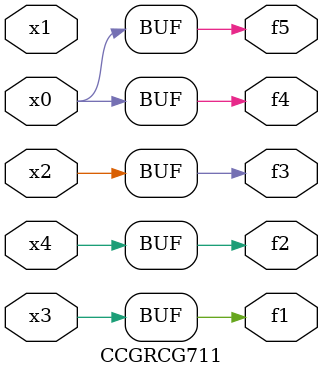
<source format=v>
module CCGRCG711(
	input x0, x1, x2, x3, x4,
	output f1, f2, f3, f4, f5
);
	assign f1 = x3;
	assign f2 = x4;
	assign f3 = x2;
	assign f4 = x0;
	assign f5 = x0;
endmodule

</source>
